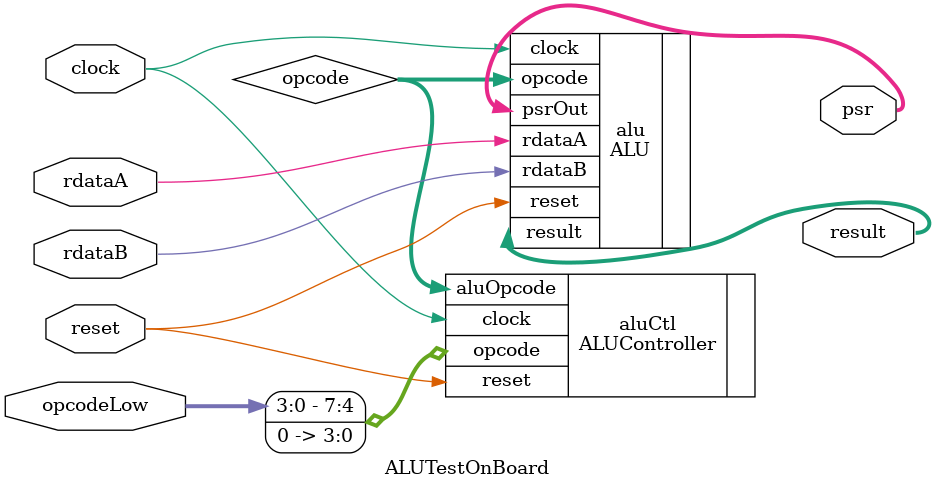
<source format=v>
module ALUTestOnBoard(clock, reset, rdataA, rdataB, psr, opcodeLow, result);
	input clock, reset;
	input rdataA, rdataB;
	input [3:0] opcodeLow;
	wire [7:0] opcode;
	output [4:0] psr;
	output [15:0] result;
	ALUController aluCtl(.clock(clock), .reset(reset), .opcode({opcodeLow, 4'b0000}), .aluOpcode(opcode));
	ALU alu(.clock(clock), .reset(reset), .opcode(opcode), .rdataA(rdataA), .rdataB(rdataB), .psrOut(psr), .result(result));
endmodule

</source>
